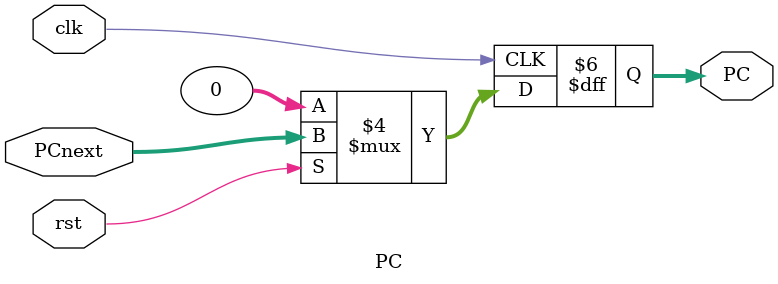
<source format=v>
module PC(PCnext,PC,rst,clk);
  input [31:0] PCnext;
  input rst, clk;
  output reg [31:0] PC;
  always @(posedge clk) begin
    if (rst == 1'b0) begin
      PC <= 32'h00000000;
    end
    else begin
      PC <= PCnext;
    end   
  end
endmodule

</source>
